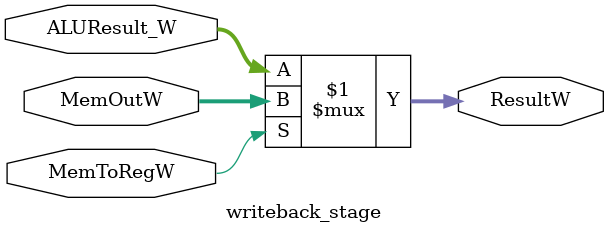
<source format=v>

module writeback_stage(MemOutW, MemToRegW, ResultW, ALUResult_W);
	
	input MemToRegW;
	input [31:0] ALUResult_W, MemOutW;
	
	output [31:0] ResultW;
	
	assign ResultW = (MemToRegW) ? (MemOutW) : ALUResult_W;
	
endmodule






</source>
